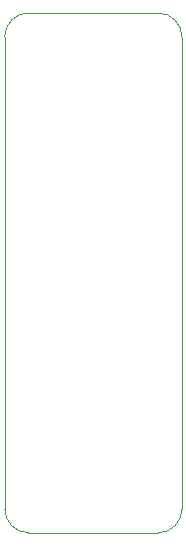
<source format=gbr>
%TF.GenerationSoftware,KiCad,Pcbnew,8.0.3*%
%TF.CreationDate,2024-06-18T10:03:54-04:00*%
%TF.ProjectId,breadboard_buttons,62726561-6462-46f6-9172-645f62757474,rev?*%
%TF.SameCoordinates,PX80befc0PY243d580*%
%TF.FileFunction,Profile,NP*%
%FSLAX46Y46*%
G04 Gerber Fmt 4.6, Leading zero omitted, Abs format (unit mm)*
G04 Created by KiCad (PCBNEW 8.0.3) date 2024-06-18 10:03:54*
%MOMM*%
%LPD*%
G01*
G04 APERTURE LIST*
%TA.AperFunction,Profile*%
%ADD10C,0.050000*%
%TD*%
G04 APERTURE END LIST*
D10*
X3000000Y-45000000D02*
G75*
G02*
X1000000Y-43000000I0J2000000D01*
G01*
X16000000Y-43000000D02*
G75*
G02*
X14000000Y-45000000I-2000000J0D01*
G01*
X14000000Y-1000000D02*
G75*
G02*
X16000000Y-3000000I0J-2000000D01*
G01*
X1000000Y-3000000D02*
G75*
G02*
X3000000Y-1000000I2000000J0D01*
G01*
X1000000Y-43000000D02*
X1000000Y-3000000D01*
X14000000Y-45000000D02*
X3000000Y-45000000D01*
X16000000Y-3000000D02*
X16000000Y-43000000D01*
X3000000Y-1000000D02*
X14000000Y-1000000D01*
M02*

</source>
